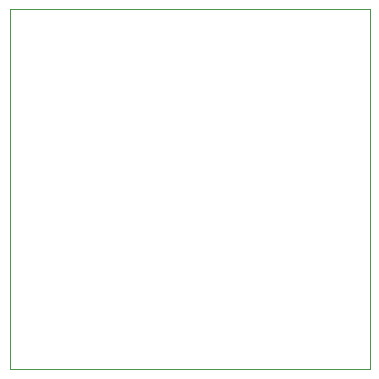
<source format=gbr>
%TF.GenerationSoftware,KiCad,Pcbnew,(6.0.9)*%
%TF.CreationDate,2023-01-03T15:08:55+01:00*%
%TF.ProjectId,AM,414d2e6b-6963-4616-945f-706362585858,rev?*%
%TF.SameCoordinates,Original*%
%TF.FileFunction,Profile,NP*%
%FSLAX46Y46*%
G04 Gerber Fmt 4.6, Leading zero omitted, Abs format (unit mm)*
G04 Created by KiCad (PCBNEW (6.0.9)) date 2023-01-03 15:08:55*
%MOMM*%
%LPD*%
G01*
G04 APERTURE LIST*
%TA.AperFunction,Profile*%
%ADD10C,0.100000*%
%TD*%
G04 APERTURE END LIST*
D10*
X162560000Y-78740000D02*
X193040000Y-78740000D01*
X193040000Y-78740000D02*
X193040000Y-109220000D01*
X193040000Y-109220000D02*
X162560000Y-109220000D01*
X162560000Y-109220000D02*
X162560000Y-78740000D01*
M02*

</source>
